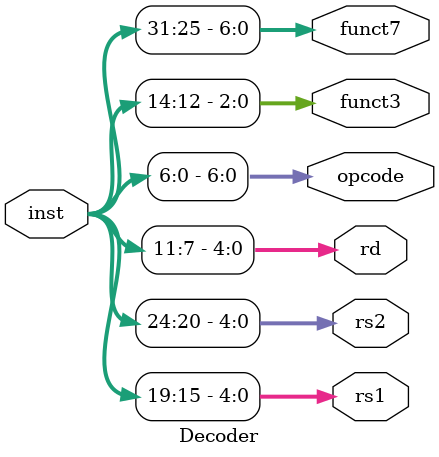
<source format=v>
`timescale 1ns / 1ps


module Decoder (
    input  wire [31:0] inst,
    output wire [4:0]  rs1,
    output wire [4:0]  rs2,
    output wire [4:0]  rd,
    output wire [6:0]  opcode,
    output wire [2:0]  funct3,
    output wire [6:0]  funct7
);

    assign opcode = inst[6:0];
    assign rd     = inst[11:7];
    assign funct3 = inst[14:12];
    assign rs1    = inst[19:15];
    assign rs2    = inst[24:20];
    assign funct7 = inst[31:25];

endmodule

</source>
